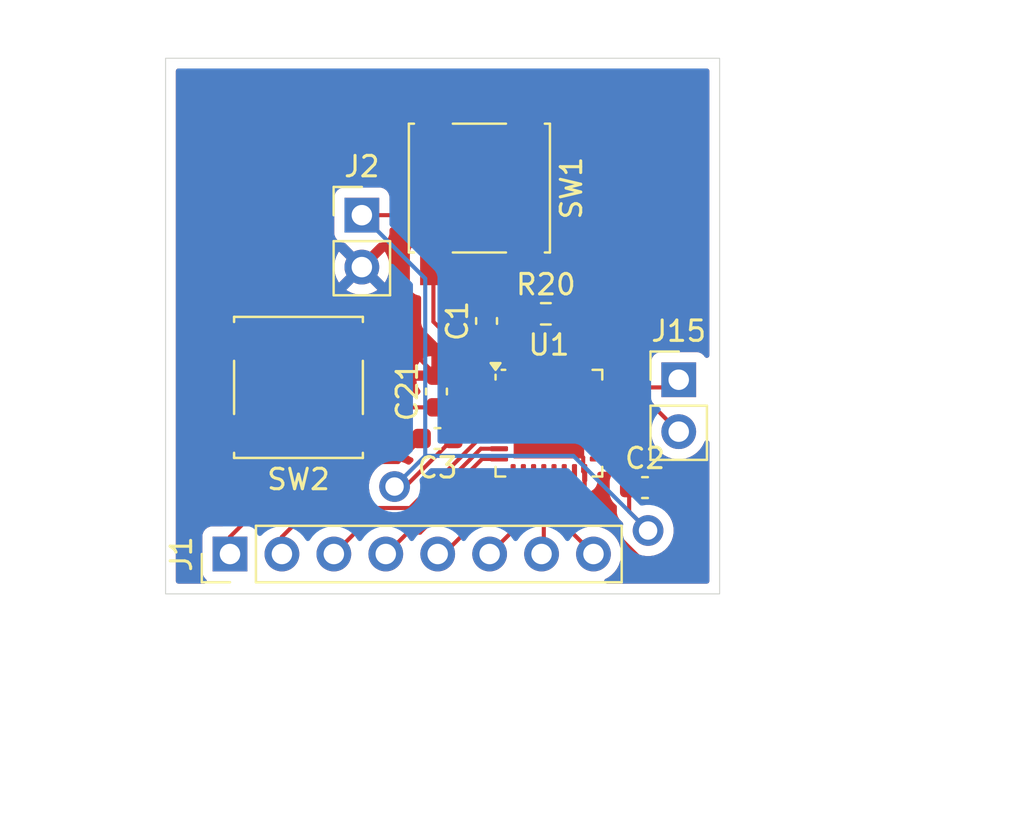
<source format=kicad_pcb>
(kicad_pcb (version 20241229) (generator "pcbnew") (generator_version "9.0")
  (layers (0 "F.Cu" signal) (2 "B.Cu" signal) (13 "F.Paste" user) (15 "B.Paste" user) (5 "F.SilkS" user "F.Silkscreen") (7 "B.SilkS" user "B.Silkscreen") (1 "F.Mask" user) (3 "B.Mask" user) (25 "Edge.Cuts" user))
  (net 0 "")
  (net 1 "Net-(U1-PF2)")
  (net 2 "GND")
  (net 3 "Net-(J1-Pin_2)")
  (net 4 "Net-(J1-Pin_1)")
  (net 5 "Net-(J1-Pin_6)")
  (net 6 "Net-(J1-Pin_5)")
  (net 7 "Net-(J1-Pin_3)")
  (net 8 "Net-(J1-Pin_4)")
  (net 9 "Net-(J1-Pin_8)")
  (net 10 "Net-(J1-Pin_7)")
  (net 11 "/SWCLK")
  (net 12 "/SWDIO")
  (net 13 "Net-(U1-PF3)")
  (net 14 "VBUS")
  (footprint "Connector_PinHeader_2.54mm:PinHeader_1x02_P2.54mm_Vertical" (layer "F.Cu") (at 171.5 73.575)
    (property "Reference" "J2" (at 0 -2.38 0) (layer "F.SilkS"))
    (property "Value" "Conn_01x02")
    (fp_line (start -1.38 -1.38) (end 0 -1.38) (stroke (width 0.12)) (layer "F.SilkS"))
    (fp_line (start -1.38 0) (end -1.38 -1.38) (stroke (width 0.12)) (layer "F.SilkS"))
    (fp_line (start -1.38 1.27) (end -1.38 3.92) (stroke (width 0.12)) (layer "F.SilkS"))
    (fp_line (start -1.38 1.27) (end 1.38 1.27) (stroke (width 0.12)) (layer "F.SilkS"))
    (fp_line (start -1.38 3.92) (end 1.38 3.92) (stroke (width 0.12)) (layer "F.SilkS"))
    (fp_line (start 1.38 1.27) (end 1.38 3.92) (stroke (width 0.12)) (layer "F.SilkS"))
    (pad "1" thru_hole rect (at 0 0) (size 1.7 1.7) (drill 1) (layers "*.Cu" "*.Mask") (net 14 "VBUS"))
    (pad "2" thru_hole circle (at 0 2.54) (size 1.7 1.7) (drill 1) (layers "*.Cu" "*.Mask") (net 2 "GND"))
  )
  (footprint "Capacitor_SMD:C_0603_1608Metric" (layer "F.Cu") (at 185.35 86.9)
    (property "Reference" "C2" (at 0 -1.43 0) (layer "F.SilkS"))
    (property "Value" "1u")
    (fp_line (start -0.14058 -0.51) (end 0.14058 -0.51) (stroke (width 0.12)) (layer "F.SilkS"))
    (fp_line (start -0.14058 0.51) (end 0.14058 0.51) (stroke (width 0.12)) (layer "F.SilkS"))
    (pad "1" smd roundrect (at -0.775 0) (size 0.9 0.95) (layers "F.Cu" "F.Mask" "F.Paste") (net 14 "VBUS"))
    (pad "2" smd roundrect (at 0.775 0) (size 0.9 0.95) (layers "F.Cu" "F.Mask" "F.Paste") (net 2 "GND"))
  )
  (footprint "Button_Switch_SMD:SW_SPST_B3S-1000" (layer "F.Cu") (at 168.4 82 180)
    (property "Reference" "SW2" (at 0 -4.5 0) (layer "F.SilkS"))
    (property "Value" "RST")
    (fp_line (start 3.15 3.45) (end -3.15 3.45) (stroke (width 0.12)) (layer "F.SilkS"))
    (fp_line (start 3.15 3.2) (end 3.15 3.45) (stroke (width 0.12)) (layer "F.SilkS"))
    (fp_line (start 3.15 -1.3) (end 3.15 1.3) (stroke (width 0.12)) (layer "F.SilkS"))
    (fp_line (start 3.15 -3.45) (end 3.15 -3.2) (stroke (width 0.12)) (layer "F.SilkS"))
    (fp_line (start -3.15 3.45) (end -3.15 3.2) (stroke (width 0.12)) (layer "F.SilkS"))
    (fp_line (start -3.15 1.3) (end -3.15 -1.3) (stroke (width 0.12)) (layer "F.SilkS"))
    (fp_line (start -3.15 -3.2) (end -3.15 -3.45) (stroke (width 0.12)) (layer "F.SilkS"))
    (fp_line (start -3.15 -3.45) (end 3.15 -3.45) (stroke (width 0.12)) (layer "F.SilkS"))
    (pad "1" smd rect (at -3.975 -2.25 180) (size 1.55 1.3) (layers "F.Cu" "F.Mask" "F.Paste") (net 1 "Net-(U1-PF2)"))
    (pad "1" smd rect (at 3.975 -2.25 180) (size 1.55 1.3) (layers "F.Cu" "F.Mask" "F.Paste") (net 1 "Net-(U1-PF2)"))
    (pad "2" smd rect (at -3.975 2.25 180) (size 1.55 1.3) (layers "F.Cu" "F.Mask" "F.Paste") (net 2 "GND"))
    (pad "2" smd rect (at 3.975 2.25 180) (size 1.55 1.3) (layers "F.Cu" "F.Mask" "F.Paste") (net 2 "GND"))
  )
  (footprint "Package_DFN_QFN:QFN-32-1EP_5x5mm_P0.5mm_EP3.45x3.45mm" (layer "F.Cu") (at 180.65 83.75)
    (property "Reference" "U1" (at 0 -3.83 0) (layer "F.SilkS"))
    (property "Value" "STM32U073KCUx")
    (fp_line (start -2.61 -2.135) (end -2.61 -2.37) (stroke (width 0.12)) (layer "F.SilkS"))
    (fp_line (start -2.61 2.61) (end -2.61 2.135) (stroke (width 0.12)) (layer "F.SilkS"))
    (fp_line (start -2.135 -2.61) (end -2.31 -2.61) (stroke (width 0.12)) (layer "F.SilkS"))
    (fp_line (start -2.135 2.61) (end -2.61 2.61) (stroke (width 0.12)) (layer "F.SilkS"))
    (fp_line (start 2.135 -2.61) (end 2.61 -2.61) (stroke (width 0.12)) (layer "F.SilkS"))
    (fp_line (start 2.135 2.61) (end 2.61 2.61) (stroke (width 0.12)) (layer "F.SilkS"))
    (fp_line (start 2.61 -2.61) (end 2.61 -2.135) (stroke (width 0.12)) (layer "F.SilkS"))
    (fp_line (start 2.61 2.61) (end 2.61 2.135) (stroke (width 0.12)) (layer "F.SilkS"))
    (fp_poly (pts (xy -2.61 -2.61) (xy -2.85 -2.94) (xy -2.37 -2.94)) (stroke (width 0.12)) (fill yes) (layer "F.SilkS"))
    (pad "1" smd roundrect (at -2.4375 -1.75) (size 0.875 0.25) (layers "F.Cu" "F.Mask" "F.Paste") (net 14 "VBUS"))
    (pad "2" smd roundrect (at -2.4375 -1.25) (size 0.875 0.25) (layers "F.Cu" "F.Mask" "F.Paste"))
    (pad "3" smd roundrect (at -2.4375 -0.75) (size 0.875 0.25) (layers "F.Cu" "F.Mask" "F.Paste"))
    (pad "4" smd roundrect (at -2.4375 -0.25) (size 0.875 0.25) (layers "F.Cu" "F.Mask" "F.Paste") (net 1 "Net-(U1-PF2)"))
    (pad "5" smd roundrect (at -2.4375 0.25) (size 0.875 0.25) (layers "F.Cu" "F.Mask" "F.Paste") (net 14 "VBUS"))
    (pad "6" smd roundrect (at -2.4375 0.75) (size 0.875 0.25) (layers "F.Cu" "F.Mask" "F.Paste") (net 4 "Net-(J1-Pin_1)"))
    (pad "7" smd roundrect (at -2.4375 1.25) (size 0.875 0.25) (layers "F.Cu" "F.Mask" "F.Paste") (net 3 "Net-(J1-Pin_2)"))
    (pad "8" smd roundrect (at -2.4375 1.75) (size 0.875 0.25) (layers "F.Cu" "F.Mask" "F.Paste") (net 7 "Net-(J1-Pin_3)"))
    (pad "9" smd roundrect (at -1.75 2.4375) (size 0.25 0.875) (layers "F.Cu" "F.Mask" "F.Paste") (net 8 "Net-(J1-Pin_4)"))
    (pad "10" smd roundrect (at -1.25 2.4375) (size 0.25 0.875) (layers "F.Cu" "F.Mask" "F.Paste") (net 6 "Net-(J1-Pin_5)"))
    (pad "11" smd roundrect (at -0.75 2.4375) (size 0.25 0.875) (layers "F.Cu" "F.Mask" "F.Paste") (net 5 "Net-(J1-Pin_6)"))
    (pad "12" smd roundrect (at -0.25 2.4375) (size 0.25 0.875) (layers "F.Cu" "F.Mask" "F.Paste") (net 10 "Net-(J1-Pin_7)"))
    (pad "13" smd roundrect (at 0.25 2.4375) (size 0.25 0.875) (layers "F.Cu" "F.Mask" "F.Paste") (net 9 "Net-(J1-Pin_8)"))
    (pad "14" smd roundrect (at 0.75 2.4375) (size 0.25 0.875) (layers "F.Cu" "F.Mask" "F.Paste"))
    (pad "15" smd roundrect (at 1.25 2.4375) (size 0.25 0.875) (layers "F.Cu" "F.Mask" "F.Paste"))
    (pad "16" smd roundrect (at 1.75 2.4375) (size 0.25 0.875) (layers "F.Cu" "F.Mask" "F.Paste") (net 2 "GND"))
    (pad "17" smd roundrect (at 2.4375 1.75) (size 0.875 0.25) (layers "F.Cu" "F.Mask" "F.Paste") (net 14 "VBUS"))
    (pad "18" smd roundrect (at 2.4375 1.25) (size 0.875 0.25) (layers "F.Cu" "F.Mask" "F.Paste"))
    (pad "19" smd roundrect (at 2.4375 0.75) (size 0.875 0.25) (layers "F.Cu" "F.Mask" "F.Paste"))
    (pad "20" smd roundrect (at 2.4375 0.25) (size 0.875 0.25) (layers "F.Cu" "F.Mask" "F.Paste"))
    (pad "21" smd roundrect (at 2.4375 -0.25) (size 0.875 0.25) (layers "F.Cu" "F.Mask" "F.Paste"))
    (pad "22" smd roundrect (at 2.4375 -0.75) (size 0.875 0.25) (layers "F.Cu" "F.Mask" "F.Paste"))
    (pad "23" smd roundrect (at 2.4375 -1.25) (size 0.875 0.25) (layers "F.Cu" "F.Mask" "F.Paste") (net 12 "/SWDIO"))
    (pad "24" smd roundrect (at 2.4375 -1.75) (size 0.875 0.25) (layers "F.Cu" "F.Mask" "F.Paste") (net 11 "/SWCLK"))
    (pad "25" smd roundrect (at 1.75 -2.4375) (size 0.25 0.875) (layers "F.Cu" "F.Mask" "F.Paste"))
    (pad "26" smd roundrect (at 1.25 -2.4375) (size 0.25 0.875) (layers "F.Cu" "F.Mask" "F.Paste"))
    (pad "27" smd roundrect (at 0.75 -2.4375) (size 0.25 0.875) (layers "F.Cu" "F.Mask" "F.Paste"))
    (pad "28" smd roundrect (at 0.25 -2.4375) (size 0.25 0.875) (layers "F.Cu" "F.Mask" "F.Paste"))
    (pad "29" smd roundrect (at -0.25 -2.4375) (size 0.25 0.875) (layers "F.Cu" "F.Mask" "F.Paste"))
    (pad "30" smd roundrect (at -0.75 -2.4375) (size 0.25 0.875) (layers "F.Cu" "F.Mask" "F.Paste"))
    (pad "31" smd roundrect (at -1.25 -2.4375) (size 0.25 0.875) (layers "F.Cu" "F.Mask" "F.Paste") (net 13 "Net-(U1-PF3)"))
    (pad "32" smd roundrect (at -1.75 -2.4375) (size 0.25 0.875) (layers "F.Cu" "F.Mask" "F.Paste") (net 2 "GND"))
    (pad "33" smd rect (at 0 0) (size 3.45 3.45) (property pad_prop_heatsink) (layers "F.Cu" "F.Mask") (net 2 "GND"))
  )
  (footprint "Capacitor_SMD:C_0603_1608Metric" (layer "F.Cu") (at 175.2 84.5 180)
    (property "Reference" "C3" (at 0 -1.43 0) (layer "F.SilkS"))
    (property "Value" "1u")
    (fp_line (start -0.14058 0.51) (end 0.14058 0.51) (stroke (width 0.12)) (layer "F.SilkS"))
    (fp_line (start -0.14058 -0.51) (end 0.14058 -0.51) (stroke (width 0.12)) (layer "F.SilkS"))
    (pad "1" smd roundrect (at -0.775 0 180) (size 0.9 0.95) (layers "F.Cu" "F.Mask" "F.Paste") (net 14 "VBUS"))
    (pad "2" smd roundrect (at 0.775 0 180) (size 0.9 0.95) (layers "F.Cu" "F.Mask" "F.Paste") (net 2 "GND"))
  )
  (footprint "Connector_PinHeader_2.54mm:PinHeader_1x02_P2.54mm_Vertical" (layer "F.Cu") (at 187 81.625)
    (property "Reference" "J15" (at 0 -2.38 0) (layer "F.SilkS"))
    (property "Value" "SWD")
    (fp_line (start -1.38 -1.38) (end 0 -1.38) (stroke (width 0.12)) (layer "F.SilkS"))
    (fp_line (start -1.38 0) (end -1.38 -1.38) (stroke (width 0.12)) (layer "F.SilkS"))
    (fp_line (start -1.38 1.27) (end -1.38 3.92) (stroke (width 0.12)) (layer "F.SilkS"))
    (fp_line (start -1.38 1.27) (end 1.38 1.27) (stroke (width 0.12)) (layer "F.SilkS"))
    (fp_line (start -1.38 3.92) (end 1.38 3.92) (stroke (width 0.12)) (layer "F.SilkS"))
    (fp_line (start 1.38 1.27) (end 1.38 3.92) (stroke (width 0.12)) (layer "F.SilkS"))
    (pad "1" thru_hole rect (at 0 0) (size 1.7 1.7) (drill 1) (layers "*.Cu" "*.Mask") (net 11 "/SWCLK"))
    (pad "2" thru_hole circle (at 0 2.54) (size 1.7 1.7) (drill 1) (layers "*.Cu" "*.Mask") (net 12 "/SWDIO"))
  )
  (footprint "Connector_PinHeader_2.54mm:PinHeader_1x08_P2.54mm_Vertical" (layer "F.Cu") (at 165.05 90.15 90)
    (property "Reference" "J1" (at 0 -2.38 90) (layer "F.SilkS"))
    (property "Value" "Conn_01x08")
    (fp_line (start -1.38 -1.38) (end 0 -1.38) (stroke (width 0.12)) (layer "F.SilkS"))
    (fp_line (start -1.38 0) (end -1.38 -1.38) (stroke (width 0.12)) (layer "F.SilkS"))
    (fp_line (start 1.38 1.27) (end 1.38 19.16) (stroke (width 0.12)) (layer "F.SilkS"))
    (fp_line (start -1.38 1.27) (end 1.38 1.27) (stroke (width 0.12)) (layer "F.SilkS"))
    (fp_line (start -1.38 1.27) (end -1.38 19.16) (stroke (width 0.12)) (layer "F.SilkS"))
    (fp_line (start -1.38 19.16) (end 1.38 19.16) (stroke (width 0.12)) (layer "F.SilkS"))
    (pad "1" thru_hole rect (at 0 0 90) (size 1.7 1.7) (drill 1) (layers "*.Cu" "*.Mask") (net 4 "Net-(J1-Pin_1)"))
    (pad "2" thru_hole circle (at 0 2.54 90) (size 1.7 1.7) (drill 1) (layers "*.Cu" "*.Mask") (net 3 "Net-(J1-Pin_2)"))
    (pad "3" thru_hole circle (at 0 5.08 90) (size 1.7 1.7) (drill 1) (layers "*.Cu" "*.Mask") (net 7 "Net-(J1-Pin_3)"))
    (pad "4" thru_hole circle (at 0 7.62 90) (size 1.7 1.7) (drill 1) (layers "*.Cu" "*.Mask") (net 8 "Net-(J1-Pin_4)"))
    (pad "5" thru_hole circle (at 0 10.16 90) (size 1.7 1.7) (drill 1) (layers "*.Cu" "*.Mask") (net 6 "Net-(J1-Pin_5)"))
    (pad "6" thru_hole circle (at 0 12.7 90) (size 1.7 1.7) (drill 1) (layers "*.Cu" "*.Mask") (net 5 "Net-(J1-Pin_6)"))
    (pad "7" thru_hole circle (at 0 15.24 90) (size 1.7 1.7) (drill 1) (layers "*.Cu" "*.Mask") (net 10 "Net-(J1-Pin_7)"))
    (pad "8" thru_hole circle (at 0 17.78 90) (size 1.7 1.7) (drill 1) (layers "*.Cu" "*.Mask") (net 9 "Net-(J1-Pin_8)"))
  )
  (footprint "Capacitor_SMD:C_0603_1608Metric" (layer "F.Cu") (at 175.15 82.2 90)
    (property "Reference" "C21" (at 0 -1.43 90) (layer "F.SilkS"))
    (property "Value" "100n")
    (fp_line (start -0.14058 -0.51) (end 0.14058 -0.51) (stroke (width 0.12)) (layer "F.SilkS"))
    (fp_line (start -0.14058 0.51) (end 0.14058 0.51) (stroke (width 0.12)) (layer "F.SilkS"))
    (pad "1" smd roundrect (at -0.775 0 90) (size 0.9 0.95) (layers "F.Cu" "F.Mask" "F.Paste") (net 1 "Net-(U1-PF2)"))
    (pad "2" smd roundrect (at 0.775 0 90) (size 0.9 0.95) (layers "F.Cu" "F.Mask" "F.Paste") (net 2 "GND"))
  )
  (footprint "Button_Switch_SMD:SW_SPST_B3S-1000" (layer "F.Cu") (at 177.25 72.25 -90)
    (property "Reference" "SW1" (at 0 -4.5 90) (layer "F.SilkS"))
    (property "Value" "BOOT_DFU")
    (fp_line (start -3.15 3.45) (end -3.15 3.2) (stroke (width 0.12)) (layer "F.SilkS"))
    (fp_line (start 3.15 3.45) (end -3.15 3.45) (stroke (width 0.12)) (layer "F.SilkS"))
    (fp_line (start 3.15 3.2) (end 3.15 3.45) (stroke (width 0.12)) (layer "F.SilkS"))
    (fp_line (start -3.15 1.3) (end -3.15 -1.3) (stroke (width 0.12)) (layer "F.SilkS"))
    (fp_line (start 3.15 -1.3) (end 3.15 1.3) (stroke (width 0.12)) (layer "F.SilkS"))
    (fp_line (start -3.15 -3.2) (end -3.15 -3.45) (stroke (width 0.12)) (layer "F.SilkS"))
    (fp_line (start -3.15 -3.45) (end 3.15 -3.45) (stroke (width 0.12)) (layer "F.SilkS"))
    (fp_line (start 3.15 -3.45) (end 3.15 -3.2) (stroke (width 0.12)) (layer "F.SilkS"))
    (pad "1" smd rect (at -3.975 -2.25 270) (size 1.55 1.3) (layers "F.Cu" "F.Mask" "F.Paste") (net 13 "Net-(U1-PF3)"))
    (pad "1" smd rect (at 3.975 -2.25 270) (size 1.55 1.3) (layers "F.Cu" "F.Mask" "F.Paste") (net 13 "Net-(U1-PF3)"))
    (pad "2" smd rect (at -3.975 2.25 270) (size 1.55 1.3) (layers "F.Cu" "F.Mask" "F.Paste") (net 14 "VBUS"))
    (pad "2" smd rect (at 3.975 2.25 270) (size 1.55 1.3) (layers "F.Cu" "F.Mask" "F.Paste") (net 14 "VBUS"))
  )
  (footprint "Resistor_SMD:R_0603_1608Metric" (layer "F.Cu") (at 180.5 78.4)
    (property "Reference" "R20" (at 0 -1.43 0) (layer "F.SilkS"))
    (property "Value" "100k")
    (fp_line (start -0.237258 -0.5225) (end 0.237258 -0.5225) (stroke (width 0.12)) (layer "F.SilkS"))
    (fp_line (start -0.237258 0.5225) (end 0.237258 0.5225) (stroke (width 0.12)) (layer "F.SilkS"))
    (pad "1" smd roundrect (at -0.825 0) (size 0.8 0.95) (layers "F.Cu" "F.Mask" "F.Paste") (net 13 "Net-(U1-PF3)"))
    (pad "2" smd roundrect (at 0.825 0) (size 0.8 0.95) (layers "F.Cu" "F.Mask" "F.Paste") (net 2 "GND"))
  )
  (footprint "Capacitor_SMD:C_0603_1608Metric" (layer "F.Cu") (at 177.6 78.75 90)
    (property "Reference" "C1" (at 0 -1.43 90) (layer "F.SilkS"))
    (property "Value" "1u")
    (fp_line (start -0.14058 -0.51) (end 0.14058 -0.51) (stroke (width 0.12)) (layer "F.SilkS"))
    (fp_line (start -0.14058 0.51) (end 0.14058 0.51) (stroke (width 0.12)) (layer "F.SilkS"))
    (pad "1" smd roundrect (at -0.775 0 90) (size 0.9 0.95) (layers "F.Cu" "F.Mask" "F.Paste") (net 14 "VBUS"))
    (pad "2" smd roundrect (at 0.775 0 90) (size 0.9 0.95) (layers "F.Cu" "F.Mask" "F.Paste") (net 2 "GND"))
  )
  (gr_rect (start 161.9 65.9) (end 189 92.1) (stroke (width 0.05)) (fill no) (layer "Edge.Cuts"))
  (segment (start 172.375 84.25) (end 164.425 84.25) (width 0.2) (layer "F.Cu") (net 1))
  (segment (start 178.2125 83.5) (end 175.675 83.5) (width 0.2) (layer "F.Cu") (net 1))
  (segment (start 172.375 84.25) (end 172.45 84.25) (width 0.2) (layer "F.Cu") (net 1))
  (segment (start 172.45 84.25) (end 173.725 82.975) (width 0.2) (layer "F.Cu") (net 1))
  (segment (start 175.675 83.5) (end 175.15 82.975) (width 0.2) (layer "F.Cu") (net 1))
  (segment (start 173.725 82.975) (end 175.15 82.975) (width 0.2) (layer "F.Cu") (net 1))
  (segment (start 185.2 90.45) (end 186.25 90.45) (width 0.2) (layer "F.Cu") (net 2))
  (segment (start 164.425 79.75) (end 172.375 79.75) (width 0.2) (layer "F.Cu") (net 2))
  (segment (start 182.4 86.1875) (end 182.326 86.1135) (width 0.2) (layer "F.Cu") (net 2))
  (segment (start 178.9 81.3125) (end 178.9 78.6) (width 0.2) (layer "F.Cu") (net 2))
  (segment (start 187.15 87.925) (end 186.125 86.9) (width 0.2) (layer "F.Cu") (net 2))
  (segment (start 178.275 77.975) (end 177.6 77.975) (width 0.2) (layer "F.Cu") (net 2))
  (segment (start 186.25 90.45) (end 187.15 89.55) (width 0.2) (layer "F.Cu") (net 2))
  (segment (start 178.9 78.6) (end 178.275 77.975) (width 0.2) (layer "F.Cu") (net 2))
  (segment (start 187.15 89.55) (end 187.15 87.925) (width 0.2) (layer "F.Cu") (net 2))
  (segment (start 182.4 86.1875) (end 182.4 88.2) (width 0.2) (layer "F.Cu") (net 2))
  (segment (start 182.326 85.426) (end 180.65 83.75) (width 0.2) (layer "F.Cu") (net 2))
  (segment (start 182.4 88.2) (end 182.55 88.35) (width 0.2) (layer "F.Cu") (net 2))
  (segment (start 178.951 82.051) (end 180.65 83.75) (width 0.2) (layer "F.Cu") (net 2))
  (segment (start 182.55 88.35) (end 183.1 88.35) (width 0.2) (layer "F.Cu") (net 2))
  (segment (start 178.9 81.3125) (end 178.951 81.3635) (width 0.2) (layer "F.Cu") (net 2))
  (segment (start 174.425 84.5) (end 173.275 85.65) (width 0.2) (layer "F.Cu") (net 2))
  (segment (start 183.1 88.35) (end 185.2 90.45) (width 0.2) (layer "F.Cu") (net 2))
  (segment (start 173.275 85.65) (end 170.5 85.65) (width 0.2) (layer "F.Cu") (net 2))
  (segment (start 173.475 79.75) (end 175.15 81.425) (width 0.2) (layer "F.Cu") (net 2))
  (segment (start 178.951 81.3635) (end 178.951 82.051) (width 0.2) (layer "F.Cu") (net 2))
  (segment (start 172.375 79.75) (end 173.475 79.75) (width 0.2) (layer "F.Cu") (net 2))
  (segment (start 182.326 86.1135) (end 182.326 85.426) (width 0.2) (layer "F.Cu") (net 2))
  (segment (start 167.59 89.31) (end 167.59 90.15) (width 0.2) (layer "F.Cu") (net 3))
  (segment (start 177.3171 85) (end 174.0161 88.301) (width 0.2) (layer "F.Cu") (net 3))
  (segment (start 178.2125 85) (end 177.3171 85) (width 0.2) (layer "F.Cu") (net 3))
  (segment (start 174.0161 88.301) (end 168.599 88.301) (width 0.2) (layer "F.Cu") (net 3))
  (segment (start 168.599 88.301) (end 167.59 89.31) (width 0.2) (layer "F.Cu") (net 3))
  (segment (start 173.85 87.9) (end 166.46 87.9) (width 0.2) (layer "F.Cu") (net 4))
  (segment (start 166.46 87.9) (end 165.05 89.31) (width 0.2) (layer "F.Cu") (net 4))
  (segment (start 178.2125 84.5) (end 177.25 84.5) (width 0.2) (layer "F.Cu") (net 4))
  (segment (start 165.05 89.31) (end 165.05 90.15) (width 0.2) (layer "F.Cu") (net 4))
  (segment (start 177.25 84.5) (end 173.85 87.9) (width 0.2) (layer "F.Cu") (net 4))
  (segment (start 177.75 90.15) (end 179.9 88) (width 0.2) (layer "F.Cu") (net 5))
  (segment (start 179.9 88) (end 179.9 86.1875) (width 0.2) (layer "F.Cu") (net 5))
  (segment (start 178.724 86.926) (end 175.5 90.15) (width 0.2) (layer "F.Cu") (net 6))
  (segment (start 179.4 86.1875) (end 179.4 86.25) (width 0.2) (layer "F.Cu") (net 6))
  (segment (start 179.326 86.714798) (end 179.114798 86.926) (width 0.2) (layer "F.Cu") (net 6))
  (segment (start 175.5 90.15) (end 175.21 90.15) (width 0.2) (layer "F.Cu") (net 6))
  (segment (start 179.114798 86.926) (end 178.724 86.926) (width 0.2) (layer "F.Cu") (net 6))
  (segment (start 179.326 86.324) (end 179.326 86.714798) (width 0.2) (layer "F.Cu") (net 6))
  (segment (start 179.4 86.25) (end 179.326 86.324) (width 0.2) (layer "F.Cu") (net 6))
  (segment (start 171.578 88.702) (end 174.1822 88.702) (width 0.2) (layer "F.Cu") (net 7))
  (segment (start 174.1822 88.702) (end 177.3842 85.5) (width 0.2) (layer "F.Cu") (net 7))
  (segment (start 170.13 90.15) (end 171.578 88.702) (width 0.2) (layer "F.Cu") (net 7))
  (segment (start 177.3842 85.5) (end 178.2125 85.5) (width 0.2) (layer "F.Cu") (net 7))
  (segment (start 172.7 90.15) (end 172.67 90.15) (width 0.2) (layer "F.Cu") (net 8))
  (segment (start 174.3483 89.103) (end 173.747 89.103) (width 0.2) (layer "F.Cu") (net 8))
  (segment (start 173.747 89.103) (end 172.7 90.15) (width 0.2) (layer "F.Cu") (net 8))
  (segment (start 178.9 86.1875) (end 177.2638 86.1875) (width 0.2) (layer "F.Cu") (net 8))
  (segment (start 177.2638 86.1875) (end 174.3483 89.103) (width 0.2) (layer "F.Cu") (net 8))
  (segment (start 180.9 88.22) (end 182.83 90.15) (width 0.2) (layer "F.Cu") (net 9))
  (segment (start 180.9 86.1875) (end 180.9 88.22) (width 0.2) (layer "F.Cu") (net 9))
  (segment (start 180.4 90.04) (end 180.4 86.1875) (width 0.2) (layer "F.Cu") (net 10))
  (segment (start 180.29 90.15) (end 180.4 90.04) (width 0.2) (layer "F.Cu") (net 10))
  (segment (start 183.0875 82) (end 186.625 82) (width 0.2) (layer "F.Cu") (net 11))
  (segment (start 186.625 82) (end 187 81.625) (width 0.2) (layer "F.Cu") (net 11))
  (segment (start 183.1615 82.426) (end 185.261 82.426) (width 0.2) (layer "F.Cu") (net 12))
  (segment (start 183.0875 82.5) (end 183.1615 82.426) (width 0.2) (layer "F.Cu") (net 12))
  (segment (start 185.261 82.426) (end 187 84.165) (width 0.2) (layer "F.Cu") (net 12))
  (segment (start 179.675 78.4) (end 179.675 76.4) (width 0.2) (layer "F.Cu") (net 13))
  (segment (start 179.4 78.675) (end 179.675 78.4) (width 0.2) (layer "F.Cu") (net 13))
  (segment (start 179.675 76.4) (end 179.5 76.225) (width 0.2) (layer "F.Cu") (net 13))
  (segment (start 179.4 81.3125) (end 179.4 78.675) (width 0.2) (layer "F.Cu") (net 13))
  (segment (start 179.5 76.225) (end 179.5 68.275) (width 0.2) (layer "F.Cu") (net 13))
  (segment (start 176.475 84) (end 178.2125 84) (width 0.2) (layer "F.Cu") (net 14))
  (segment (start 178.2125 82) (end 175 78.7875) (width 0.2) (layer "F.Cu") (net 14))
  (segment (start 177.6 81.3875) (end 177.6 79.525) (width 0.2) (layer "F.Cu") (net 14))
  (segment (start 184.575 86.075) (end 184.575 86.9) (width 0.2) (layer "F.Cu") (net 14))
  (segment (start 171.5 73.575) (end 174.925 73.575) (width 0.2) (layer "F.Cu") (net 14))
  (segment (start 175 73.65) (end 175 68.275) (width 0.2) (layer "F.Cu") (net 14))
  (segment (start 178.2125 82) (end 177.6 81.3875) (width 0.2) (layer "F.Cu") (net 14))
  (segment (start 175 76.225) (end 175 73.65) (width 0.2) (layer "F.Cu") (net 14))
  (segment (start 175 78.7875) (end 175 76.225) (width 0.2) (layer "F.Cu") (net 14))
  (segment (start 185.5 89) (end 184.575 88.075) (width 0.2) (layer "F.Cu") (net 14))
  (segment (start 173.625 86.85) (end 175.975 84.5) (width 0.2) (layer "F.Cu") (net 14))
  (segment (start 174.925 73.575) (end 175 73.65) (width 0.2) (layer "F.Cu") (net 14))
  (segment (start 184.575 88.075) (end 184.575 86.9) (width 0.2) (layer "F.Cu") (net 14))
  (segment (start 183.0875 85.5) (end 184 85.5) (width 0.2) (layer "F.Cu") (net 14))
  (segment (start 173.1 86.85) (end 173.625 86.85) (width 0.2) (layer "F.Cu") (net 14))
  (segment (start 175.975 84.5) (end 176.475 84) (width 0.2) (layer "F.Cu") (net 14))
  (segment (start 184 85.5) (end 184.575 86.075) (width 0.2) (layer "F.Cu") (net 14))
  (via (at 173.1 86.85) (size 1.5) (drill 0.9) (layers "F.Cu" "B.Cu") (net 14))
  (via (at 185.5 89) (size 1.5) (drill 0.9) (layers "F.Cu" "B.Cu") (net 14))
  (segment (start 174.6 85.35) (end 173.1 86.85) (width 0.2) (layer "B.Cu") (net 14))
  (segment (start 174.6 85.35) (end 181.85 85.35) (width 0.2) (layer "B.Cu") (net 14))
  (segment (start 181.85 85.35) (end 185.5 89) (width 0.2) (layer "B.Cu") (net 14))
  (segment (start 171.5 73.575) (end 174.6 76.675) (width 0.2) (layer "B.Cu") (net 14))
  (segment (start 174.6 76.675) (end 174.6 85.35) (width 0.2) (layer "B.Cu") (net 14))
  (zone (net 2) (net_name "GND") (layers "F.Cu" "B.Cu") (connect_pads (clearance 0.5)) (min_thickness 0.25) (fill yes (thermal_gap 0.5) (thermal_bridge_width 0.5))
    (polygon (pts (xy 155.3 63.05) (xy 203.9 63.05) (xy 203.9 100.15) (xy 201.2 102.85) (xy 155.65 102.85) (xy 153.8 101) (xy 153.8 64.55)))
  )
)
</source>
